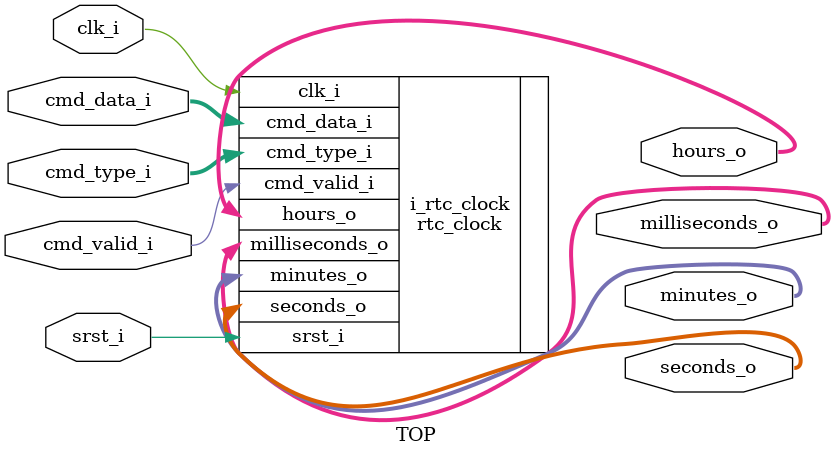
<source format=sv>
module TOP (
	input  wire        clk_i,
	input  wire        srst_i,

	input  wire  [2:0] cmd_type_i,
	input  wire  [9:0] cmd_data_i,
	input  wire        cmd_valid_i,

	output logic [4:0] hours_o,
	output logic [5:0] minutes_o,
	output logic [5:0] seconds_o,
	output logic [9:0] milliseconds_o
);


rtc_clock i_rtc_clock (
	.clk_i          ( clk_i          ),
	.srst_i         ( srst_i         ),

	.cmd_type_i     ( cmd_type_i     ),
	.cmd_data_i     ( cmd_data_i     ),
	.cmd_valid_i    ( cmd_valid_i    ),

	.hours_o        ( hours_o        ),
	.minutes_o      ( minutes_o      ),
	.seconds_o      ( seconds_o      ),
	.milliseconds_o ( milliseconds_o )
);


endmodule

</source>
